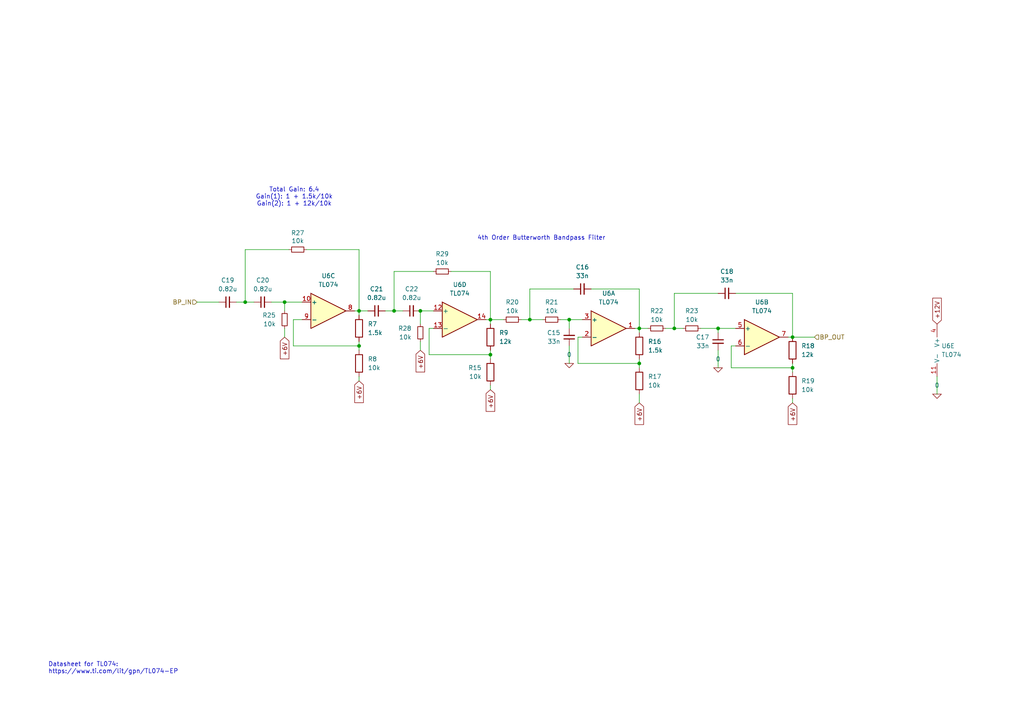
<source format=kicad_sch>
(kicad_sch (version 20250114) (generator "eeschema") (generator_version "9.0")
  (paper "A4")
  (lib_symbols
    (symbol "0_1" (power) (pin_numbers (hide yes)) (pin_names (offset 0) (hide yes))
      (property "Value" "0" (at 0 -2.54 0))
      (symbol "0_1_0_1"
        (polyline (pts (xy -1.27 0) (xy 0 -1.27) (xy 1.27 0) (xy -1.27 0)))
      )
      (symbol "0_1_1_1"
        (pin power_in line (at 0 0 0) (length 0) (name "~") (number "1"))
      )
    )
    (symbol "Amplifier_Operational:TL074" (pin_names (offset 0.127))
      (property "Reference" "U" (at 0 5.08 0))
      (property "Value" "TL074" (at 0 -5.08 0))
      (symbol "TL074_1_1"
        (polyline (pts (xy -5.08 5.08) (xy 5.08 0) (xy -5.08 -5.08) (xy -5.08 5.08)) (stroke (width 0.254)) (fill (type background)))
        (pin input line (at -7.62 2.54 0) (length 2.54) (name "+") (number "3"))
        (pin input line (at -7.62 -2.54 0) (length 2.54) (name "-") (number "2"))
        (pin output line (at 7.62 0 180) (length 2.54) (name "~") (number "1"))
      )
      (symbol "TL074_2_1"
        (polyline (pts (xy -5.08 5.08) (xy 5.08 0) (xy -5.08 -5.08) (xy -5.08 5.08)) (stroke (width 0.254)) (fill (type background)))
        (pin input line (at -7.62 2.54 0) (length 2.54) (name "+") (number "5"))
        (pin input line (at -7.62 -2.54 0) (length 2.54) (name "-") (number "6"))
        (pin output line (at 7.62 0 180) (length 2.54) (name "~") (number "7"))
      )
      (symbol "TL074_3_1"
        (polyline (pts (xy -5.08 5.08) (xy 5.08 0) (xy -5.08 -5.08) (xy -5.08 5.08)) (stroke (width 0.254)) (fill (type background)))
        (pin input line (at -7.62 2.54 0) (length 2.54) (name "+") (number "10"))
        (pin input line (at -7.62 -2.54 0) (length 2.54) (name "-") (number "9"))
        (pin output line (at 7.62 0 180) (length 2.54) (name "~") (number "8"))
      )
      (symbol "TL074_4_1"
        (polyline (pts (xy -5.08 5.08) (xy 5.08 0) (xy -5.08 -5.08) (xy -5.08 5.08)) (stroke (width 0.254)) (fill (type background)))
        (pin input line (at -7.62 2.54 0) (length 2.54) (name "+") (number "12"))
        (pin input line (at -7.62 -2.54 0) (length 2.54) (name "-") (number "13"))
        (pin output line (at 7.62 0 180) (length 2.54) (name "~") (number "14"))
      )
      (symbol "TL074_5_1"
        (pin power_in line (at -2.54 7.62 270) (length 3.81) (name "V+") (number "4"))
        (pin power_in line (at -2.54 -7.62 90) (length 3.81) (name "V-") (number "11"))
      )
    )
    (symbol "Device:C_Small" (pin_numbers (hide yes)) (pin_names (offset 0.254) (hide yes))
      (property "Reference" "C" (at 0.254 1.778 0))
      (property "Value" "C_Small" (at 0.254 -2.032 0))
      (symbol "C_Small_0_1"
        (polyline (pts (xy -1.524 0.508) (xy 1.524 0.508)) (stroke (width 0.3048)))
        (polyline (pts (xy -1.524 -0.508) (xy 1.524 -0.508)) (stroke (width 0.3302)))
      )
      (symbol "C_Small_1_1"
        (pin passive line (at 0 2.54 270) (length 2.032) (name "~") (number "1"))
        (pin passive line (at 0 -2.54 90) (length 2.032) (name "~") (number "2"))
      )
    )
    (symbol "Device:R" (pin_numbers (hide yes)) (pin_names (offset 0))
      (property "Reference" "R" (at 2.032 0 90))
      (property "Value" "R" (at 0 0 90))
      (symbol "R_0_1"
        (rectangle (start -1.016 -2.54) (end 1.016 2.54) (stroke (width 0.254)))
      )
      (symbol "R_1_1"
        (pin passive line (at 0 3.81 270) (length 1.27) (name "~") (number "1"))
        (pin passive line (at 0 -3.81 90) (length 1.27) (name "~") (number "2"))
      )
    )
    (symbol "Device:R_Small" (pin_numbers (hide yes)) (pin_names (offset 0.254) (hide yes))
      (property "Reference" "R" (at 0.762 0.508 0))
      (property "Value" "R_Small" (at 0.762 -1.016 0))
      (symbol "R_Small_0_1"
        (rectangle (start -0.762 1.778) (end 0.762 -1.778) (stroke (width 0.2032)))
      )
      (symbol "R_Small_1_1"
        (pin passive line (at 0 2.54 270) (length 0.762) (name "~") (number "1"))
        (pin passive line (at 0 -2.54 90) (length 0.762) (name "~") (number "2"))
      )
    )
  )
  (text "Total Gain: 6.4\nGain(1): 1 + 1.5k/10k\nGain(2): 1 + 12k/10k" (at 85.344 57.15 0) (effects (font (size 1.27 1.27))))
  (text "Datasheet for TL074:\nhttps://www.ti.com/lit/gpn/TL074-EP" (at 13.97 195.58 0) (effects (font (size 1.27 1.27)) (justify left bottom)))
  (text "4th Order Butterworth Bandpass Filter\n" (at 138.43 69.85 0) (effects (font (size 1.27 1.27)) (justify left bottom)))
  (junction (at 185.42 95.25))
  (junction (at 114.3 90.17))
  (junction (at 104.14 100.33))
  (junction (at 142.24 102.87))
  (junction (at 185.42 105.41))
  (junction (at 229.87 106.68))
  (junction (at 71.12 87.63))
  (junction (at 229.87 97.79))
  (junction (at 195.58 95.25))
  (junction (at 153.67 92.71))
  (junction (at 208.28 95.25))
  (junction (at 142.24 92.71))
  (junction (at 121.92 90.17))
  (junction (at 165.1 92.71))
  (junction (at 82.55 87.63))
  (junction (at 104.14 90.17))
  (wire (pts (xy 153.67 92.71) (xy 157.48 92.71)))
  (wire (pts (xy 153.67 92.71) (xy 153.67 83.82)))
  (wire (pts (xy 213.36 100.33) (xy 212.09 100.33)))
  (wire (pts (xy 151.13 92.71) (xy 153.67 92.71)))
  (wire (pts (xy 203.2 95.25) (xy 208.28 95.25)))
  (wire (pts (xy 82.55 95.25) (xy 82.55 97.79)))
  (wire (pts (xy 185.42 95.25) (xy 187.96 95.25)))
  (wire (pts (xy 104.14 100.33) (xy 85.09 100.33)))
  (wire (pts (xy 88.9 72.39) (xy 104.14 72.39)))
  (wire (pts (xy 171.45 83.82) (xy 185.42 83.82)))
  (wire (pts (xy 208.28 101.6) (xy 208.28 106.68)))
  (wire (pts (xy 229.87 97.79) (xy 228.6 97.79)))
  (wire (pts (xy 185.42 95.25) (xy 185.42 96.52)))
  (wire (pts (xy 124.46 95.25) (xy 125.73 95.25)))
  (wire (pts (xy 142.24 92.71) (xy 142.24 93.98)))
  (wire (pts (xy 195.58 95.25) (xy 198.12 95.25)))
  (wire (pts (xy 236.22 97.79) (xy 229.87 97.79)))
  (wire (pts (xy 114.3 90.17) (xy 116.84 90.17)))
  (wire (pts (xy 167.64 97.79) (xy 167.64 105.41)))
  (wire (pts (xy 229.87 115.57) (xy 229.87 116.84)))
  (wire (pts (xy 130.81 78.74) (xy 142.24 78.74)))
  (wire (pts (xy 184.15 95.25) (xy 185.42 95.25)))
  (wire (pts (xy 229.87 85.09) (xy 229.87 97.79)))
  (wire (pts (xy 142.24 78.74) (xy 142.24 92.71)))
  (wire (pts (xy 271.78 109.22) (xy 271.78 114.3)))
  (wire (pts (xy 142.24 92.71) (xy 146.05 92.71)))
  (wire (pts (xy 193.04 95.25) (xy 195.58 95.25)))
  (wire (pts (xy 195.58 85.09) (xy 208.28 85.09)))
  (wire (pts (xy 185.42 104.14) (xy 185.42 105.41)))
  (wire (pts (xy 85.09 92.71) (xy 85.09 100.33)))
  (wire (pts (xy 165.1 100.33) (xy 165.1 105.41)))
  (wire (pts (xy 165.1 92.71) (xy 168.91 92.71)))
  (wire (pts (xy 104.14 90.17) (xy 106.68 90.17)))
  (wire (pts (xy 165.1 92.71) (xy 165.1 95.25)))
  (wire (pts (xy 121.92 90.17) (xy 125.73 90.17)))
  (wire (pts (xy 82.55 90.17) (xy 82.55 87.63)))
  (wire (pts (xy 185.42 105.41) (xy 185.42 106.68)))
  (wire (pts (xy 82.55 87.63) (xy 78.74 87.63)))
  (wire (pts (xy 208.28 95.25) (xy 213.36 95.25)))
  (wire (pts (xy 104.14 101.6) (xy 104.14 100.33)))
  (wire (pts (xy 208.28 95.25) (xy 208.28 96.52)))
  (wire (pts (xy 162.56 92.71) (xy 165.1 92.71)))
  (wire (pts (xy 168.91 97.79) (xy 167.64 97.79)))
  (wire (pts (xy 229.87 105.41) (xy 229.87 106.68)))
  (wire (pts (xy 140.97 92.71) (xy 142.24 92.71)))
  (wire (pts (xy 82.55 87.63) (xy 87.63 87.63)))
  (wire (pts (xy 71.12 87.63) (xy 73.66 87.63)))
  (wire (pts (xy 104.14 72.39) (xy 104.14 90.17)))
  (wire (pts (xy 153.67 83.82) (xy 166.37 83.82)))
  (wire (pts (xy 114.3 78.74) (xy 125.73 78.74)))
  (wire (pts (xy 104.14 109.22) (xy 104.14 110.49)))
  (wire (pts (xy 142.24 101.6) (xy 142.24 102.87)))
  (wire (pts (xy 185.42 114.3) (xy 185.42 116.84)))
  (wire (pts (xy 167.64 105.41) (xy 185.42 105.41)))
  (wire (pts (xy 121.92 90.17) (xy 121.92 93.98)))
  (wire (pts (xy 71.12 87.63) (xy 71.12 72.39)))
  (wire (pts (xy 124.46 102.87) (xy 142.24 102.87)))
  (wire (pts (xy 185.42 83.82) (xy 185.42 95.25)))
  (wire (pts (xy 68.58 87.63) (xy 71.12 87.63)))
  (wire (pts (xy 229.87 106.68) (xy 229.87 107.95)))
  (wire (pts (xy 142.24 111.76) (xy 142.24 113.03)))
  (wire (pts (xy 87.63 92.71) (xy 85.09 92.71)))
  (wire (pts (xy 71.12 72.39) (xy 83.82 72.39)))
  (wire (pts (xy 142.24 102.87) (xy 142.24 104.14)))
  (wire (pts (xy 111.76 90.17) (xy 114.3 90.17)))
  (wire (pts (xy 213.36 85.09) (xy 229.87 85.09)))
  (wire (pts (xy 104.14 99.06) (xy 104.14 100.33)))
  (wire (pts (xy 212.09 100.33) (xy 212.09 106.68)))
  (wire (pts (xy 63.5 87.63) (xy 57.15 87.63)))
  (wire (pts (xy 124.46 95.25) (xy 124.46 102.87)))
  (wire (pts (xy 195.58 95.25) (xy 195.58 85.09)))
  (wire (pts (xy 104.14 90.17) (xy 104.14 91.44)))
  (wire (pts (xy 114.3 90.17) (xy 114.3 78.74)))
  (wire (pts (xy 104.14 90.17) (xy 102.87 90.17)))
  (wire (pts (xy 121.92 99.06) (xy 121.92 101.6)))
  (wire (pts (xy 212.09 106.68) (xy 229.87 106.68)))
  (global_label "+6V" (shape input) (at 142.24 113.03 270) (property "Intersheetrefs" "${INTERSHEET_REFS}" (effects (hide yes))))
  (global_label "+6V" (shape input) (at 82.55 97.79 270) (property "Intersheetrefs" "${INTERSHEET_REFS}" (effects (hide yes))))
  (global_label "+6V" (shape input) (at 121.92 101.6 270) (property "Intersheetrefs" "${INTERSHEET_REFS}" (effects (hide yes))))
  (global_label "+12V" (shape input) (at 271.78 93.98 90) (property "Intersheetrefs" "${INTERSHEET_REFS}" (effects (hide yes))))
  (global_label "+6V" (shape input) (at 185.42 116.84 270) (property "Intersheetrefs" "${INTERSHEET_REFS}" (effects (hide yes))))
  (global_label "+6V" (shape input) (at 104.14 110.49 270) (property "Intersheetrefs" "${INTERSHEET_REFS}" (effects (hide yes))))
  (global_label "+6V" (shape input) (at 229.87 116.84 270) (property "Intersheetrefs" "${INTERSHEET_REFS}" (effects (hide yes))))
  (hierarchical_label "BP_OUT" (shape input) (at 236.22 97.79 0))
  (hierarchical_label "BP_IN" (shape input) (at 57.15 87.63 180))
  (symbol (lib_id "Device:R") (at 185.42 100.33 0) (unit 1)
    (property "Reference" "R16" (at 187.96 99.0599 0) (effects (justify left)))
    (property "Value" "1.5k" (at 187.96 101.5999 0) (effects (justify left)))
    (property "Footprint" "Resistor_SMD:R_0201_0603Metric" (effects (hide yes)))
    (property "Description" "Resistor" (effects (hide yes)))
  )
  (symbol (lib_name "0_1") (lib_id "Simulation_SPICE:0") (at 208.28 106.68 0) (unit 1)
    (property "Reference" "#GND06" (effects (hide yes)))
    (property "Value" "0" (at 208.28 104.14 0))
    (property "Datasheet" "https://ngspice.sourceforge.io/docs/ngspice-html-manual/manual.xhtml#subsec_Circuit_elements__device" (effects (hide yes)))
    (property "Description" "0V reference potential for simulation" (effects (hide yes)))
  )
  (symbol (lib_id "Device:R_Small") (at 160.02 92.71 90) (unit 1)
    (property "Reference" "R21" (at 160.02 87.63 90))
    (property "Value" "10k" (at 160.02 90.17 90))
    (property "Footprint" "Resistor_SMD:R_0201_0603Metric" (effects (hide yes)))
  )
  (symbol (lib_id "Device:C_Small") (at 66.04 87.63 90) (unit 1)
    (property "Reference" "C19" (at 66.0463 81.28 90))
    (property "Value" "0.82u" (at 66.0463 83.82 90))
    (property "Footprint" "Capacitor_SMD:C_0603_1608Metric" (effects (hide yes)))
  )
  (symbol (lib_id "Amplifier_Operational:TL074") (at 274.32 101.6 0) (unit 5)
    (property "Reference" "U6" (at 273.05 100.33 0) (effects (justify left)))
    (property "Value" "TL074" (at 273.05 102.87 0) (effects (justify left)))
    (property "Footprint" "Package_SO:SOIC-14_3.9x8.7mm_P1.27mm" (effects (hide yes)))
    (property "Datasheet" "http://www.ti.com/lit/ds/symlink/tl071.pdf" (effects (hide yes)))
    (property "Sim.Library" "C:\\Users\\mmf03\\Desktop\\KiCad Libraries\\TL074\\TL074-quad.lib" (effects (hide yes)))
    (property "Sim.Name" "TL074" (effects (hide yes)))
    (property "Sim.Device" "SUBCKT" (effects (hide yes)))
    (property "Sim.Pins" "1=1out 2=1in- 3=1in+ 4=vcc+ 5=2in+ 6=2in- 7=2out 8=3out 9=3in- 10=3in+ 11=vcc- 12=4in+ 13=4in- 14=4out" (effects (hide yes)))
  )
  (symbol (lib_id "Device:C_Small") (at 168.91 83.82 90) (unit 1)
    (property "Reference" "C16" (at 168.9163 77.47 90))
    (property "Value" "33n" (at 168.9163 80.01 90))
    (property "Footprint" "Capacitor_SMD:C_0603_1608Metric" (effects (hide yes)))
  )
  (symbol (lib_name "0_1") (lib_id "Simulation_SPICE:0") (at 271.78 114.3 0) (unit 1)
    (property "Reference" "#GND016" (effects (hide yes)))
    (property "Value" "0" (at 271.78 111.76 0))
    (property "Datasheet" "https://ngspice.sourceforge.io/docs/ngspice-html-manual/manual.xhtml#subsec_Circuit_elements__device" (effects (hide yes)))
    (property "Description" "0V reference potential for simulation" (effects (hide yes)))
  )
  (symbol (lib_id "Device:R") (at 104.14 95.25 0) (unit 1)
    (property "Reference" "R7" (at 106.68 93.9799 0) (effects (justify left)))
    (property "Value" "1.5k" (at 106.68 96.5199 0) (effects (justify left)))
    (property "Footprint" "Resistor_SMD:R_0201_0603Metric" (effects (hide yes)))
    (property "Description" "Resistor" (effects (hide yes)))
  )
  (symbol (lib_id "Device:R_Small") (at 121.92 96.52 0) (mirror y) (unit 1)
    (property "Reference" "R28" (at 119.38 95.25 0) (effects (justify left)))
    (property "Value" "10k" (at 119.38 97.79 0) (effects (justify left)))
    (property "Footprint" "Resistor_SMD:R_0201_0603Metric" (effects (hide yes)))
  )
  (symbol (lib_id "Device:C_Small") (at 208.28 99.06 0) (mirror y) (unit 1)
    (property "Reference" "C17" (at 205.74 97.7963 0) (effects (justify left)))
    (property "Value" "33n" (at 205.74 100.3363 0) (effects (justify left)))
    (property "Footprint" "Capacitor_SMD:C_0603_1608Metric" (effects (hide yes)))
  )
  (symbol (lib_id "Device:R_Small") (at 86.36 72.39 270) (mirror x) (unit 1)
    (property "Reference" "R27" (at 86.36 67.564 90))
    (property "Value" "10k" (at 86.36 69.85 90))
    (property "Footprint" "Resistor_SMD:R_0201_0603Metric" (effects (hide yes)))
  )
  (symbol (lib_id "Device:R") (at 142.24 107.95 0) (mirror y) (unit 1)
    (property "Reference" "R15" (at 139.7 106.6799 0) (effects (justify left)))
    (property "Value" "10k" (at 139.7 109.2199 0) (effects (justify left)))
    (property "Footprint" "Resistor_SMD:R_0201_0603Metric" (effects (hide yes)))
    (property "Description" "Resistor" (effects (hide yes)))
  )
  (symbol (lib_id "Amplifier_Operational:TL074") (at 95.25 90.17 0) (unit 3)
    (property "Reference" "U6" (at 95.25 80.01 0))
    (property "Value" "TL074" (at 95.25 82.55 0))
    (property "Footprint" "Package_SO:SOIC-14_3.9x8.7mm_P1.27mm" (effects (hide yes)))
    (property "Datasheet" "http://www.ti.com/lit/ds/symlink/tl071.pdf" (effects (hide yes)))
    (property "Sim.Library" "C:\\Users\\mmf03\\Desktop\\KiCad Libraries\\TL074\\TL074-quad.lib" (effects (hide yes)))
    (property "Sim.Name" "TL074" (effects (hide yes)))
    (property "Sim.Device" "SUBCKT" (effects (hide yes)))
    (property "Sim.Pins" "1=1out 2=1in- 3=1in+ 4=vcc+ 5=2in+ 6=2in- 7=2out 8=3out 9=3in- 10=3in+ 11=vcc- 12=4in+ 13=4in- 14=4out" (effects (hide yes)))
  )
  (symbol (lib_id "Device:C_Small") (at 76.2 87.63 90) (unit 1)
    (property "Reference" "C20" (at 76.2063 81.28 90))
    (property "Value" "0.82u" (at 76.2063 83.82 90))
    (property "Footprint" "Capacitor_SMD:C_0603_1608Metric" (effects (hide yes)))
  )
  (symbol (lib_id "Device:R_Small") (at 128.27 78.74 90) (unit 1)
    (property "Reference" "R29" (at 128.27 73.66 90))
    (property "Value" "10k" (at 128.27 76.2 90))
    (property "Footprint" "Resistor_SMD:R_0201_0603Metric" (effects (hide yes)))
  )
  (symbol (lib_id "Device:R_Small") (at 200.66 95.25 90) (unit 1)
    (property "Reference" "R23" (at 200.66 90.17 90))
    (property "Value" "10k" (at 200.66 92.71 90))
    (property "Footprint" "Resistor_SMD:R_0201_0603Metric" (effects (hide yes)))
  )
  (symbol (lib_name "0_1") (lib_id "Simulation_SPICE:0") (at 165.1 105.41 0) (unit 1)
    (property "Reference" "#GND02" (effects (hide yes)))
    (property "Value" "0" (at 165.1 102.87 0))
    (property "Datasheet" "https://ngspice.sourceforge.io/docs/ngspice-html-manual/manual.xhtml#subsec_Circuit_elements__device" (effects (hide yes)))
    (property "Description" "0V reference potential for simulation" (effects (hide yes)))
  )
  (symbol (lib_id "Device:R_Small") (at 148.59 92.71 90) (unit 1)
    (property "Reference" "R20" (at 148.59 87.63 90))
    (property "Value" "10k" (at 148.59 90.17 90))
    (property "Footprint" "Resistor_SMD:R_0201_0603Metric" (effects (hide yes)))
  )
  (symbol (lib_id "Device:R") (at 142.24 97.79 0) (mirror y) (unit 1)
    (property "Reference" "R9" (at 144.78 96.5199 0) (effects (justify right)))
    (property "Value" "12k" (at 144.78 99.0599 0) (effects (justify right)))
    (property "Footprint" "Resistor_SMD:R_0201_0603Metric" (effects (hide yes)))
    (property "Description" "Resistor" (effects (hide yes)))
  )
  (symbol (lib_id "Device:R_Small") (at 82.55 92.71 0) (mirror y) (unit 1)
    (property "Reference" "R25" (at 80.01 91.44 0) (effects (justify left)))
    (property "Value" "10k" (at 80.01 93.98 0) (effects (justify left)))
    (property "Footprint" "Resistor_SMD:R_0201_0603Metric" (effects (hide yes)))
  )
  (symbol (lib_id "Device:R") (at 104.14 105.41 0) (unit 1)
    (property "Reference" "R8" (at 106.68 104.1399 0) (effects (justify left)))
    (property "Value" "10k" (at 106.68 106.6799 0) (effects (justify left)))
    (property "Footprint" "Resistor_SMD:R_0201_0603Metric" (effects (hide yes)))
    (property "Description" "Resistor" (effects (hide yes)))
  )
  (symbol (lib_id "Device:R") (at 229.87 101.6 0) (unit 1)
    (property "Reference" "R18" (at 232.41 100.3299 0) (effects (justify left)))
    (property "Value" "12k" (at 232.41 102.8699 0) (effects (justify left)))
    (property "Footprint" "Resistor_SMD:R_0201_0603Metric" (effects (hide yes)))
    (property "Description" "Resistor" (effects (hide yes)))
  )
  (symbol (lib_id "Amplifier_Operational:TL074") (at 133.35 92.71 0) (unit 4)
    (property "Reference" "U6" (at 133.35 82.55 0))
    (property "Value" "TL074" (at 133.35 85.09 0))
    (property "Footprint" "Package_SO:SOIC-14_3.9x8.7mm_P1.27mm" (effects (hide yes)))
    (property "Datasheet" "http://www.ti.com/lit/ds/symlink/tl071.pdf" (effects (hide yes)))
    (property "Sim.Library" "C:\\Users\\mmf03\\Desktop\\KiCad Libraries\\TL074\\TL074-quad.lib" (effects (hide yes)))
    (property "Sim.Name" "TL074" (effects (hide yes)))
    (property "Sim.Device" "SUBCKT" (effects (hide yes)))
    (property "Sim.Pins" "1=1out 2=1in- 3=1in+ 4=vcc+ 5=2in+ 6=2in- 7=2out 8=3out 9=3in- 10=3in+ 11=vcc- 12=4in+ 13=4in- 14=4out" (effects (hide yes)))
  )
  (symbol (lib_id "Device:R") (at 229.87 111.76 0) (unit 1)
    (property "Reference" "R19" (at 232.41 110.4899 0) (effects (justify left)))
    (property "Value" "10k" (at 232.41 113.0299 0) (effects (justify left)))
    (property "Footprint" "Resistor_SMD:R_0201_0603Metric" (effects (hide yes)))
    (property "Description" "Resistor" (effects (hide yes)))
  )
  (symbol (lib_id "Device:C_Small") (at 210.82 85.09 90) (unit 1)
    (property "Reference" "C18" (at 210.8263 78.74 90))
    (property "Value" "33n" (at 210.8263 81.28 90))
    (property "Footprint" "Capacitor_SMD:C_0603_1608Metric" (effects (hide yes)))
  )
  (symbol (lib_id "Device:R_Small") (at 190.5 95.25 90) (unit 1)
    (property "Reference" "R22" (at 190.5 90.17 90))
    (property "Value" "10k" (at 190.5 92.71 90))
    (property "Footprint" "Resistor_SMD:R_0201_0603Metric" (effects (hide yes)))
  )
  (symbol (lib_id "Device:C_Small") (at 119.38 90.17 90) (unit 1)
    (property "Reference" "C22" (at 119.3863 83.82 90))
    (property "Value" "0.82u" (at 119.3863 86.36 90))
    (property "Footprint" "Capacitor_SMD:C_0603_1608Metric" (effects (hide yes)))
  )
  (symbol (lib_id "Device:C_Small") (at 165.1 97.79 0) (mirror x) (unit 1)
    (property "Reference" "C15" (at 162.56 96.5136 0) (effects (justify right)))
    (property "Value" "33n" (at 162.56 99.0536 0) (effects (justify right)))
    (property "Footprint" "Capacitor_SMD:C_0603_1608Metric" (effects (hide yes)))
  )
  (symbol (lib_id "Amplifier_Operational:TL074") (at 176.53 95.25 0) (unit 1)
    (property "Reference" "U6" (at 176.53 85.09 0))
    (property "Value" "TL074" (at 176.53 87.63 0))
    (property "Footprint" "Package_SO:SOIC-14_3.9x8.7mm_P1.27mm" (effects (hide yes)))
    (property "Datasheet" "http://www.ti.com/lit/ds/symlink/tl071.pdf" (effects (hide yes)))
    (property "Sim.Library" "C:\\Users\\mmf03\\Desktop\\KiCad Libraries\\TL074\\TL074-quad.lib" (effects (hide yes)))
    (property "Sim.Name" "TL074" (effects (hide yes)))
    (property "Sim.Device" "SUBCKT" (effects (hide yes)))
    (property "Sim.Pins" "1=1out 2=1in- 3=1in+ 4=vcc+ 5=2in+ 6=2in- 7=2out 8=3out 9=3in- 10=3in+ 11=vcc- 12=4in+ 13=4in- 14=4out" (effects (hide yes)))
  )
  (symbol (lib_id "Device:R") (at 185.42 110.49 0) (unit 1)
    (property "Reference" "R17" (at 187.96 109.2199 0) (effects (justify left)))
    (property "Value" "10k" (at 187.96 111.7599 0) (effects (justify left)))
    (property "Footprint" "Resistor_SMD:R_0201_0603Metric" (effects (hide yes)))
    (property "Description" "Resistor" (effects (hide yes)))
  )
  (symbol (lib_id "Amplifier_Operational:TL074") (at 220.98 97.79 0) (unit 2)
    (property "Reference" "U6" (at 220.98 87.63 0))
    (property "Value" "TL074" (at 220.98 90.17 0))
    (property "Footprint" "Package_SO:SOIC-14_3.9x8.7mm_P1.27mm" (effects (hide yes)))
    (property "Datasheet" "http://www.ti.com/lit/ds/symlink/tl071.pdf" (effects (hide yes)))
    (property "Sim.Library" "C:\\Users\\mmf03\\Desktop\\KiCad Libraries\\TL074\\TL074-quad.lib" (effects (hide yes)))
    (property "Sim.Name" "TL074" (effects (hide yes)))
    (property "Sim.Device" "SUBCKT" (effects (hide yes)))
    (property "Sim.Pins" "1=1out 2=1in- 3=1in+ 4=vcc+ 5=2in+ 6=2in- 7=2out 8=3out 9=3in- 10=3in+ 11=vcc- 12=4in+ 13=4in- 14=4out" (effects (hide yes)))
  )
  (symbol (lib_id "Device:C_Small") (at 109.22 90.17 90) (unit 1)
    (property "Reference" "C21" (at 109.2263 83.82 90))
    (property "Value" "0.82u" (at 109.2263 86.36 90))
    (property "Footprint" "Capacitor_SMD:C_0603_1608Metric" (effects (hide yes)))
  )
)
</source>
